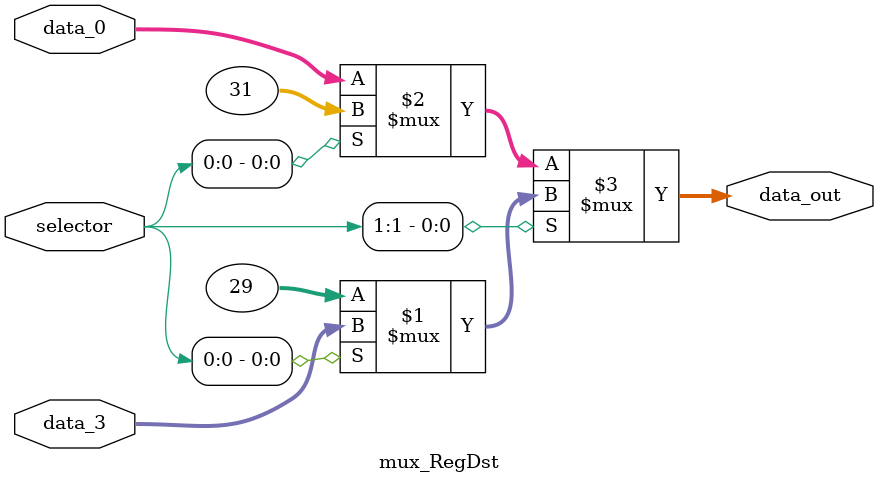
<source format=v>
module mux_RegDst(selector, data_3, data_0, data_out);
    input wire [1:0] selector;
    input wire [31:0] data_0;
    //input wire [31:0] data_1; -- 31 --
    //input wire [31:0] data_2; -- 29 -- 
    input wire [31:0] data_3;
    output wire [31:0] data_out;

	assign data_out = selector[1] ? ( selector[0] ? (data_3) : (32'd29) ) : ( selector[0] ? (32'd31) : (data_0) ); 

endmodule
</source>
